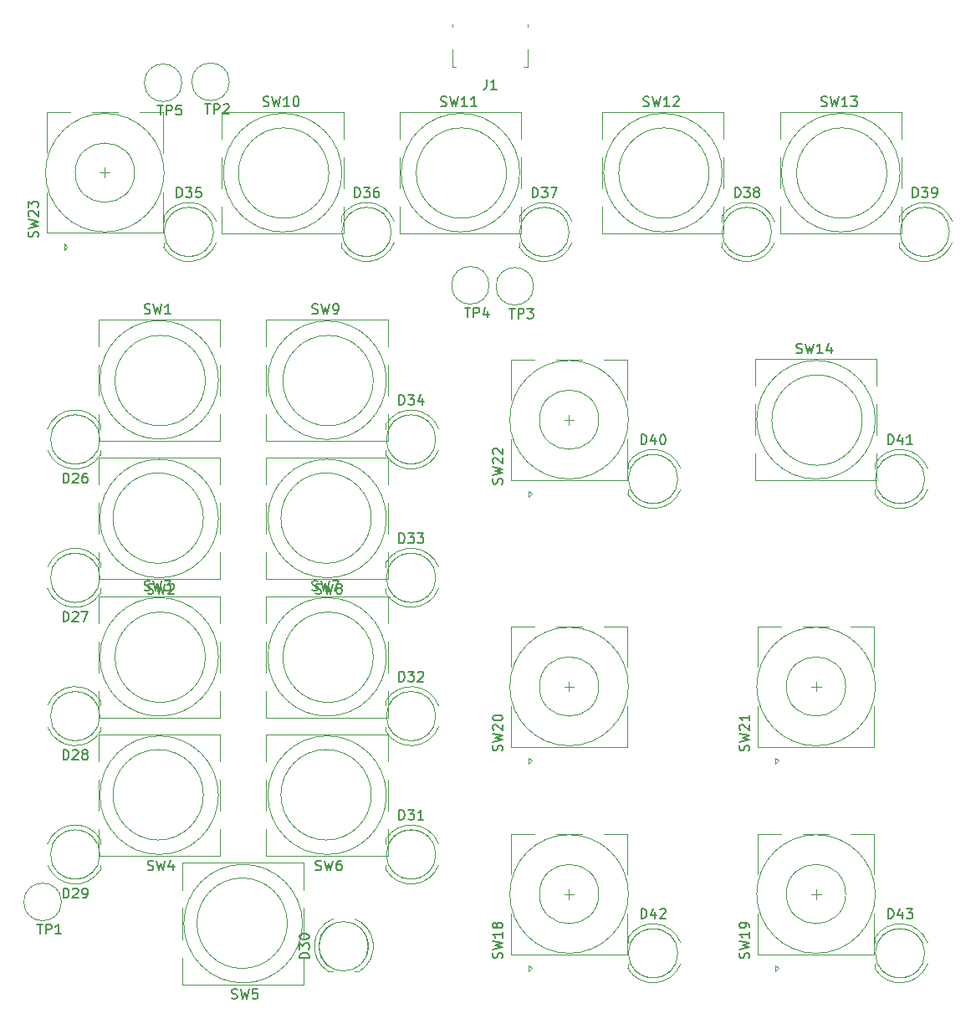
<source format=gbr>
G04 #@! TF.GenerationSoftware,KiCad,Pcbnew,(5.1.6)-1*
G04 #@! TF.CreationDate,2021-01-18T15:04:30+00:00*
G04 #@! TF.ProjectId,scope_user_interface,73636f70-655f-4757-9365-725f696e7465,rev?*
G04 #@! TF.SameCoordinates,Original*
G04 #@! TF.FileFunction,Legend,Top*
G04 #@! TF.FilePolarity,Positive*
%FSLAX46Y46*%
G04 Gerber Fmt 4.6, Leading zero omitted, Abs format (unit mm)*
G04 Created by KiCad (PCBNEW (5.1.6)-1) date 2021-01-18 15:04:30*
%MOMM*%
%LPD*%
G01*
G04 APERTURE LIST*
%ADD10C,0.120000*%
%ADD11C,0.150000*%
G04 APERTURE END LIST*
D10*
X189000000Y-117000000D02*
G75*
G03*
X189000000Y-117000000I-6000000J0D01*
G01*
X140000000Y-71000000D02*
G75*
G03*
X140000000Y-71000000I-2500000J0D01*
G01*
X189000000Y-90000000D02*
G75*
G03*
X189000000Y-90000000I-6000000J0D01*
G01*
X139500000Y-128000000D02*
G75*
G03*
X139500000Y-128000000I-6000000J0D01*
G01*
X122500000Y-128000000D02*
G75*
G03*
X122500000Y-128000000I-6000000J0D01*
G01*
X110500000Y-120000000D02*
G75*
G03*
X110500000Y-120000000I-2500000J0D01*
G01*
X144500000Y-106000000D02*
G75*
G03*
X144500000Y-106000000I-2500000J0D01*
G01*
X122500000Y-100000000D02*
G75*
G03*
X122500000Y-100000000I-6000000J0D01*
G01*
X117000000Y-65000000D02*
G75*
G03*
X117000000Y-65000000I-6000000J0D01*
G01*
X144500000Y-92000000D02*
G75*
G03*
X144500000Y-92000000I-2500000J0D01*
G01*
X191500000Y-65000000D02*
G75*
G03*
X191500000Y-65000000I-6000000J0D01*
G01*
X110500000Y-92000000D02*
G75*
G03*
X110500000Y-92000000I-2500000J0D01*
G01*
X135000000Y-65000000D02*
G75*
G03*
X135000000Y-65000000I-6000000J0D01*
G01*
X164000000Y-138000000D02*
G75*
G03*
X164000000Y-138000000I-6000000J0D01*
G01*
X139500000Y-100000000D02*
G75*
G03*
X139500000Y-100000000I-6000000J0D01*
G01*
X189000000Y-138000000D02*
G75*
G03*
X189000000Y-138000000I-6000000J0D01*
G01*
X194000000Y-144000000D02*
G75*
G03*
X194000000Y-144000000I-2500000J0D01*
G01*
X158000000Y-71000000D02*
G75*
G03*
X158000000Y-71000000I-2500000J0D01*
G01*
X144500000Y-134000000D02*
G75*
G03*
X144500000Y-134000000I-2500000J0D01*
G01*
X196500000Y-71000000D02*
G75*
G03*
X196500000Y-71000000I-2500000J0D01*
G01*
X122000000Y-71000000D02*
G75*
G03*
X122000000Y-71000000I-2500000J0D01*
G01*
X169000000Y-144000000D02*
G75*
G03*
X169000000Y-144000000I-2500000J0D01*
G01*
X139500000Y-86000000D02*
G75*
G03*
X139500000Y-86000000I-6000000J0D01*
G01*
X122500000Y-85960000D02*
G75*
G03*
X122500000Y-85960000I-6000000J0D01*
G01*
X169000000Y-96000000D02*
G75*
G03*
X169000000Y-96000000I-2500000J0D01*
G01*
X194000000Y-96000000D02*
G75*
G03*
X194000000Y-96000000I-2500000J0D01*
G01*
X122500000Y-114000000D02*
G75*
G03*
X122500000Y-114000000I-6000000J0D01*
G01*
X164000000Y-90000000D02*
G75*
G03*
X164000000Y-90000000I-6000000J0D01*
G01*
X110500000Y-134000000D02*
G75*
G03*
X110500000Y-134000000I-2500000J0D01*
G01*
X139500000Y-114000000D02*
G75*
G03*
X139500000Y-114000000I-6000000J0D01*
G01*
X153000000Y-65000000D02*
G75*
G03*
X153000000Y-65000000I-6000000J0D01*
G01*
X110500000Y-106000000D02*
G75*
G03*
X110500000Y-106000000I-2500000J0D01*
G01*
X178500000Y-71000000D02*
G75*
G03*
X178500000Y-71000000I-2500000J0D01*
G01*
X173500000Y-65000000D02*
G75*
G03*
X173500000Y-65000000I-6000000J0D01*
G01*
X164000000Y-117000000D02*
G75*
G03*
X164000000Y-117000000I-6000000J0D01*
G01*
X144500000Y-120000000D02*
G75*
G03*
X144500000Y-120000000I-2500000J0D01*
G01*
X137649077Y-143290468D02*
G75*
G03*
X137649077Y-143290468I-2500000J0D01*
G01*
X131000000Y-141000000D02*
G75*
G03*
X131000000Y-141000000I-6000000J0D01*
G01*
X149900000Y-76400000D02*
G75*
G03*
X149900000Y-76400000I-1900000J0D01*
G01*
X153810000Y-50000000D02*
X153810000Y-50260000D01*
X153810000Y-52540000D02*
X153810000Y-54310000D01*
X153810000Y-54310000D02*
X153430000Y-54310000D01*
X146190000Y-54310000D02*
X146190000Y-52540000D01*
X146190000Y-50260000D02*
X146190000Y-50000000D01*
X146190000Y-54310000D02*
X146570000Y-54310000D01*
X118800000Y-55900000D02*
G75*
G03*
X118800000Y-55900000I-1900000J0D01*
G01*
X154400000Y-76500000D02*
G75*
G03*
X154400000Y-76500000I-1900000J0D01*
G01*
X123600000Y-55800000D02*
G75*
G03*
X123600000Y-55800000I-1900000J0D01*
G01*
X106600000Y-138800000D02*
G75*
G03*
X106600000Y-138800000I-1900000J0D01*
G01*
X111000000Y-65500000D02*
X111000000Y-64500000D01*
X110500000Y-65000000D02*
X111500000Y-65000000D01*
X114500000Y-58900000D02*
X116900000Y-58900000D01*
X109700000Y-58900000D02*
X112300000Y-58900000D01*
X105100000Y-58900000D02*
X107500000Y-58900000D01*
X106900000Y-72200000D02*
X107200000Y-72500000D01*
X106900000Y-72800000D02*
X106900000Y-72200000D01*
X107200000Y-72500000D02*
X106900000Y-72800000D01*
X105100000Y-71100000D02*
X116900000Y-71100000D01*
X105100000Y-67000000D02*
X105100000Y-71100000D01*
X116900000Y-67000000D02*
X116900000Y-71100000D01*
X116900000Y-58900000D02*
X116900000Y-63000000D01*
X105100000Y-63000000D02*
X105100000Y-58900000D01*
X114000000Y-65000000D02*
G75*
G03*
X114000000Y-65000000I-3000000J0D01*
G01*
X110350000Y-79850000D02*
X122650000Y-79850000D01*
X122650000Y-84430000D02*
X122650000Y-87570000D01*
X122650000Y-92150000D02*
X110350000Y-92150000D01*
X110350000Y-82570000D02*
X110350000Y-79850000D01*
X121179050Y-86040000D02*
G75*
G03*
X121179050Y-86040000I-4579050J0D01*
G01*
X110350000Y-92150000D02*
X110350000Y-89430000D01*
X110350000Y-87570000D02*
X110350000Y-84430000D01*
X122650000Y-89430000D02*
X122650000Y-92150000D01*
X122650000Y-79850000D02*
X122650000Y-82570000D01*
X122650000Y-106150000D02*
X110350000Y-106150000D01*
X110350000Y-101570000D02*
X110350000Y-98430000D01*
X110350000Y-93850000D02*
X122650000Y-93850000D01*
X122650000Y-103430000D02*
X122650000Y-106150000D01*
X120979050Y-99960000D02*
G75*
G03*
X120979050Y-99960000I-4579050J0D01*
G01*
X122650000Y-93850000D02*
X122650000Y-96570000D01*
X122650000Y-98430000D02*
X122650000Y-101570000D01*
X110350000Y-96570000D02*
X110350000Y-93850000D01*
X110350000Y-106150000D02*
X110350000Y-103430000D01*
X163945000Y-145080000D02*
X163945000Y-145545000D01*
X163945000Y-142455000D02*
X163945000Y-142920000D01*
X168759479Y-145080429D02*
G75*
G02*
X164250316Y-145080000I-2254479J1080429D01*
G01*
X168759479Y-142919571D02*
G75*
G03*
X164250316Y-142920000I-2254479J-1080429D01*
G01*
X169292815Y-145080827D02*
G75*
G02*
X163945000Y-145544830I-2787815J1080827D01*
G01*
X169292815Y-142919173D02*
G75*
G03*
X163945000Y-142455170I-2787815J-1080827D01*
G01*
X191445000Y-72080000D02*
X191445000Y-72545000D01*
X191445000Y-69455000D02*
X191445000Y-69920000D01*
X196259479Y-72080429D02*
G75*
G02*
X191750316Y-72080000I-2254479J1080429D01*
G01*
X196259479Y-69919571D02*
G75*
G03*
X191750316Y-69920000I-2254479J-1080429D01*
G01*
X196792815Y-72080827D02*
G75*
G02*
X191445000Y-72544830I-2787815J1080827D01*
G01*
X196792815Y-69919173D02*
G75*
G03*
X191445000Y-69455170I-2787815J-1080827D01*
G01*
X163945000Y-97080000D02*
X163945000Y-97545000D01*
X163945000Y-94455000D02*
X163945000Y-94920000D01*
X168759479Y-97080429D02*
G75*
G02*
X164250316Y-97080000I-2254479J1080429D01*
G01*
X168759479Y-94919571D02*
G75*
G03*
X164250316Y-94920000I-2254479J-1080429D01*
G01*
X169292815Y-97080827D02*
G75*
G02*
X163945000Y-97544830I-2787815J1080827D01*
G01*
X169292815Y-94919173D02*
G75*
G03*
X163945000Y-94455170I-2787815J-1080827D01*
G01*
X188945000Y-145080000D02*
X188945000Y-145545000D01*
X188945000Y-142455000D02*
X188945000Y-142920000D01*
X193759479Y-145080429D02*
G75*
G02*
X189250316Y-145080000I-2254479J1080429D01*
G01*
X193759479Y-142919571D02*
G75*
G03*
X189250316Y-142920000I-2254479J-1080429D01*
G01*
X194292815Y-145080827D02*
G75*
G02*
X188945000Y-145544830I-2787815J1080827D01*
G01*
X194292815Y-142919173D02*
G75*
G03*
X188945000Y-142455170I-2787815J-1080827D01*
G01*
X173445000Y-72080000D02*
X173445000Y-72545000D01*
X173445000Y-69455000D02*
X173445000Y-69920000D01*
X178259479Y-72080429D02*
G75*
G02*
X173750316Y-72080000I-2254479J1080429D01*
G01*
X178259479Y-69919571D02*
G75*
G03*
X173750316Y-69920000I-2254479J-1080429D01*
G01*
X178792815Y-72080827D02*
G75*
G02*
X173445000Y-72544830I-2787815J1080827D01*
G01*
X178792815Y-69919173D02*
G75*
G03*
X173445000Y-69455170I-2787815J-1080827D01*
G01*
X116945000Y-72080000D02*
X116945000Y-72545000D01*
X116945000Y-69455000D02*
X116945000Y-69920000D01*
X121759479Y-72080429D02*
G75*
G02*
X117250316Y-72080000I-2254479J1080429D01*
G01*
X121759479Y-69919571D02*
G75*
G03*
X117250316Y-69920000I-2254479J-1080429D01*
G01*
X122292815Y-72080827D02*
G75*
G02*
X116945000Y-72544830I-2787815J1080827D01*
G01*
X122292815Y-69919173D02*
G75*
G03*
X116945000Y-69455170I-2787815J-1080827D01*
G01*
X134945000Y-72080000D02*
X134945000Y-72545000D01*
X134945000Y-69455000D02*
X134945000Y-69920000D01*
X139759479Y-72080429D02*
G75*
G02*
X135250316Y-72080000I-2254479J1080429D01*
G01*
X139759479Y-69919571D02*
G75*
G03*
X135250316Y-69920000I-2254479J-1080429D01*
G01*
X140292815Y-72080827D02*
G75*
G02*
X134945000Y-72544830I-2787815J1080827D01*
G01*
X140292815Y-69919173D02*
G75*
G03*
X134945000Y-69455170I-2787815J-1080827D01*
G01*
X139445000Y-93080000D02*
X139445000Y-93545000D01*
X139445000Y-90455000D02*
X139445000Y-90920000D01*
X144259479Y-93080429D02*
G75*
G02*
X139750316Y-93080000I-2254479J1080429D01*
G01*
X144259479Y-90919571D02*
G75*
G03*
X139750316Y-90920000I-2254479J-1080429D01*
G01*
X144792815Y-93080827D02*
G75*
G02*
X139445000Y-93544830I-2787815J1080827D01*
G01*
X144792815Y-90919173D02*
G75*
G03*
X139445000Y-90455170I-2787815J-1080827D01*
G01*
X139445000Y-107080000D02*
X139445000Y-107545000D01*
X139445000Y-104455000D02*
X139445000Y-104920000D01*
X144259479Y-107080429D02*
G75*
G02*
X139750316Y-107080000I-2254479J1080429D01*
G01*
X144259479Y-104919571D02*
G75*
G03*
X139750316Y-104920000I-2254479J-1080429D01*
G01*
X144792815Y-107080827D02*
G75*
G02*
X139445000Y-107544830I-2787815J1080827D01*
G01*
X144792815Y-104919173D02*
G75*
G03*
X139445000Y-104455170I-2787815J-1080827D01*
G01*
X152945000Y-72080000D02*
X152945000Y-72545000D01*
X152945000Y-69455000D02*
X152945000Y-69920000D01*
X157759479Y-72080429D02*
G75*
G02*
X153250316Y-72080000I-2254479J1080429D01*
G01*
X157759479Y-69919571D02*
G75*
G03*
X153250316Y-69920000I-2254479J-1080429D01*
G01*
X158292815Y-72080827D02*
G75*
G02*
X152945000Y-72544830I-2787815J1080827D01*
G01*
X158292815Y-69919173D02*
G75*
G03*
X152945000Y-69455170I-2787815J-1080827D01*
G01*
X188945000Y-97080000D02*
X188945000Y-97545000D01*
X188945000Y-94455000D02*
X188945000Y-94920000D01*
X193759479Y-97080429D02*
G75*
G02*
X189250316Y-97080000I-2254479J1080429D01*
G01*
X193759479Y-94919571D02*
G75*
G03*
X189250316Y-94920000I-2254479J-1080429D01*
G01*
X194292815Y-97080827D02*
G75*
G02*
X188945000Y-97544830I-2787815J1080827D01*
G01*
X194292815Y-94919173D02*
G75*
G03*
X188945000Y-94455170I-2787815J-1080827D01*
G01*
X139445000Y-121080000D02*
X139445000Y-121545000D01*
X139445000Y-118455000D02*
X139445000Y-118920000D01*
X144259479Y-121080429D02*
G75*
G02*
X139750316Y-121080000I-2254479J1080429D01*
G01*
X144259479Y-118919571D02*
G75*
G03*
X139750316Y-118920000I-2254479J-1080429D01*
G01*
X144792815Y-121080827D02*
G75*
G02*
X139445000Y-121544830I-2787815J1080827D01*
G01*
X144792815Y-118919173D02*
G75*
G03*
X139445000Y-118455170I-2787815J-1080827D01*
G01*
X139445000Y-135080000D02*
X139445000Y-135545000D01*
X139445000Y-132455000D02*
X139445000Y-132920000D01*
X144259479Y-135080429D02*
G75*
G02*
X139750316Y-135080000I-2254479J1080429D01*
G01*
X144259479Y-132919571D02*
G75*
G03*
X139750316Y-132920000I-2254479J-1080429D01*
G01*
X144792815Y-135080827D02*
G75*
G02*
X139445000Y-135544830I-2787815J1080827D01*
G01*
X144792815Y-132919173D02*
G75*
G03*
X139445000Y-132455170I-2787815J-1080827D01*
G01*
X136280000Y-145855000D02*
X136745000Y-145855000D01*
X133655000Y-145855000D02*
X134120000Y-145855000D01*
X136280429Y-141040521D02*
G75*
G02*
X136280000Y-145549684I-1080429J-2254479D01*
G01*
X134119571Y-141040521D02*
G75*
G03*
X134120000Y-145549684I1080429J-2254479D01*
G01*
X136280827Y-140507185D02*
G75*
G02*
X136744830Y-145855000I-1080827J-2787815D01*
G01*
X134119173Y-140507185D02*
G75*
G03*
X133655170Y-145855000I1080827J-2787815D01*
G01*
X110555000Y-132920000D02*
X110555000Y-132455000D01*
X110555000Y-135545000D02*
X110555000Y-135080000D01*
X105740521Y-132919571D02*
G75*
G02*
X110249684Y-132920000I2254479J-1080429D01*
G01*
X105740521Y-135080429D02*
G75*
G03*
X110249684Y-135080000I2254479J1080429D01*
G01*
X105207185Y-132919173D02*
G75*
G02*
X110555000Y-132455170I2787815J-1080827D01*
G01*
X105207185Y-135080827D02*
G75*
G03*
X110555000Y-135544830I2787815J1080827D01*
G01*
X110555000Y-118920000D02*
X110555000Y-118455000D01*
X110555000Y-121545000D02*
X110555000Y-121080000D01*
X105740521Y-118919571D02*
G75*
G02*
X110249684Y-118920000I2254479J-1080429D01*
G01*
X105740521Y-121080429D02*
G75*
G03*
X110249684Y-121080000I2254479J1080429D01*
G01*
X105207185Y-118919173D02*
G75*
G02*
X110555000Y-118455170I2787815J-1080827D01*
G01*
X105207185Y-121080827D02*
G75*
G03*
X110555000Y-121544830I2787815J1080827D01*
G01*
X110555000Y-104920000D02*
X110555000Y-104455000D01*
X110555000Y-107545000D02*
X110555000Y-107080000D01*
X105740521Y-104919571D02*
G75*
G02*
X110249684Y-104920000I2254479J-1080429D01*
G01*
X105740521Y-107080429D02*
G75*
G03*
X110249684Y-107080000I2254479J1080429D01*
G01*
X105207185Y-104919173D02*
G75*
G02*
X110555000Y-104455170I2787815J-1080827D01*
G01*
X105207185Y-107080827D02*
G75*
G03*
X110555000Y-107544830I2787815J1080827D01*
G01*
X110555000Y-90920000D02*
X110555000Y-90455000D01*
X110555000Y-93545000D02*
X110555000Y-93080000D01*
X105740521Y-90919571D02*
G75*
G02*
X110249684Y-90920000I2254479J-1080429D01*
G01*
X105740521Y-93080429D02*
G75*
G03*
X110249684Y-93080000I2254479J1080429D01*
G01*
X105207185Y-90919173D02*
G75*
G02*
X110555000Y-90455170I2787815J-1080827D01*
G01*
X105207185Y-93080827D02*
G75*
G03*
X110555000Y-93544830I2787815J1080827D01*
G01*
X127350000Y-79850000D02*
X139650000Y-79850000D01*
X139650000Y-84430000D02*
X139650000Y-87570000D01*
X139650000Y-92150000D02*
X127350000Y-92150000D01*
X127350000Y-82570000D02*
X127350000Y-79850000D01*
X138179050Y-86040000D02*
G75*
G03*
X138179050Y-86040000I-4579050J0D01*
G01*
X127350000Y-92150000D02*
X127350000Y-89430000D01*
X127350000Y-87570000D02*
X127350000Y-84430000D01*
X139650000Y-89430000D02*
X139650000Y-92150000D01*
X139650000Y-79850000D02*
X139650000Y-82570000D01*
X158000000Y-90500000D02*
X158000000Y-89500000D01*
X157500000Y-90000000D02*
X158500000Y-90000000D01*
X161500000Y-83900000D02*
X163900000Y-83900000D01*
X156700000Y-83900000D02*
X159300000Y-83900000D01*
X152100000Y-83900000D02*
X154500000Y-83900000D01*
X153900000Y-97200000D02*
X154200000Y-97500000D01*
X153900000Y-97800000D02*
X153900000Y-97200000D01*
X154200000Y-97500000D02*
X153900000Y-97800000D01*
X152100000Y-96100000D02*
X163900000Y-96100000D01*
X152100000Y-92000000D02*
X152100000Y-96100000D01*
X163900000Y-92000000D02*
X163900000Y-96100000D01*
X163900000Y-83900000D02*
X163900000Y-88000000D01*
X152100000Y-88000000D02*
X152100000Y-83900000D01*
X161000000Y-90000000D02*
G75*
G03*
X161000000Y-90000000I-3000000J0D01*
G01*
X183000000Y-138500000D02*
X183000000Y-137500000D01*
X182500000Y-138000000D02*
X183500000Y-138000000D01*
X186500000Y-131900000D02*
X188900000Y-131900000D01*
X181700000Y-131900000D02*
X184300000Y-131900000D01*
X177100000Y-131900000D02*
X179500000Y-131900000D01*
X178900000Y-145200000D02*
X179200000Y-145500000D01*
X178900000Y-145800000D02*
X178900000Y-145200000D01*
X179200000Y-145500000D02*
X178900000Y-145800000D01*
X177100000Y-144100000D02*
X188900000Y-144100000D01*
X177100000Y-140000000D02*
X177100000Y-144100000D01*
X188900000Y-140000000D02*
X188900000Y-144100000D01*
X188900000Y-131900000D02*
X188900000Y-136000000D01*
X177100000Y-136000000D02*
X177100000Y-131900000D01*
X186000000Y-138000000D02*
G75*
G03*
X186000000Y-138000000I-3000000J0D01*
G01*
X179350000Y-58850000D02*
X191650000Y-58850000D01*
X191650000Y-63430000D02*
X191650000Y-66570000D01*
X191650000Y-71150000D02*
X179350000Y-71150000D01*
X179350000Y-61570000D02*
X179350000Y-58850000D01*
X190179050Y-65040000D02*
G75*
G03*
X190179050Y-65040000I-4579050J0D01*
G01*
X179350000Y-71150000D02*
X179350000Y-68430000D01*
X179350000Y-66570000D02*
X179350000Y-63430000D01*
X191650000Y-68430000D02*
X191650000Y-71150000D01*
X191650000Y-58850000D02*
X191650000Y-61570000D01*
X139650000Y-134150000D02*
X127350000Y-134150000D01*
X127350000Y-129570000D02*
X127350000Y-126430000D01*
X127350000Y-121850000D02*
X139650000Y-121850000D01*
X139650000Y-131430000D02*
X139650000Y-134150000D01*
X137979050Y-127960000D02*
G75*
G03*
X137979050Y-127960000I-4579050J0D01*
G01*
X139650000Y-121850000D02*
X139650000Y-124570000D01*
X139650000Y-126430000D02*
X139650000Y-129570000D01*
X127350000Y-124570000D02*
X127350000Y-121850000D01*
X127350000Y-134150000D02*
X127350000Y-131430000D01*
X122650000Y-134150000D02*
X110350000Y-134150000D01*
X110350000Y-129570000D02*
X110350000Y-126430000D01*
X110350000Y-121850000D02*
X122650000Y-121850000D01*
X122650000Y-131430000D02*
X122650000Y-134150000D01*
X120979050Y-127960000D02*
G75*
G03*
X120979050Y-127960000I-4579050J0D01*
G01*
X122650000Y-121850000D02*
X122650000Y-124570000D01*
X122650000Y-126430000D02*
X122650000Y-129570000D01*
X110350000Y-124570000D02*
X110350000Y-121850000D01*
X110350000Y-134150000D02*
X110350000Y-131430000D01*
X131150000Y-147150000D02*
X118850000Y-147150000D01*
X118850000Y-142570000D02*
X118850000Y-139430000D01*
X118850000Y-134850000D02*
X131150000Y-134850000D01*
X131150000Y-144430000D02*
X131150000Y-147150000D01*
X129479050Y-140960000D02*
G75*
G03*
X129479050Y-140960000I-4579050J0D01*
G01*
X131150000Y-134850000D02*
X131150000Y-137570000D01*
X131150000Y-139430000D02*
X131150000Y-142570000D01*
X118850000Y-137570000D02*
X118850000Y-134850000D01*
X118850000Y-147150000D02*
X118850000Y-144430000D01*
X110350000Y-107850000D02*
X122650000Y-107850000D01*
X122650000Y-112430000D02*
X122650000Y-115570000D01*
X122650000Y-120150000D02*
X110350000Y-120150000D01*
X110350000Y-110570000D02*
X110350000Y-107850000D01*
X121179050Y-114040000D02*
G75*
G03*
X121179050Y-114040000I-4579050J0D01*
G01*
X110350000Y-120150000D02*
X110350000Y-117430000D01*
X110350000Y-115570000D02*
X110350000Y-112430000D01*
X122650000Y-117430000D02*
X122650000Y-120150000D01*
X122650000Y-107850000D02*
X122650000Y-110570000D01*
X161350000Y-58850000D02*
X173650000Y-58850000D01*
X173650000Y-63430000D02*
X173650000Y-66570000D01*
X173650000Y-71150000D02*
X161350000Y-71150000D01*
X161350000Y-61570000D02*
X161350000Y-58850000D01*
X172179050Y-65040000D02*
G75*
G03*
X172179050Y-65040000I-4579050J0D01*
G01*
X161350000Y-71150000D02*
X161350000Y-68430000D01*
X161350000Y-66570000D02*
X161350000Y-63430000D01*
X173650000Y-68430000D02*
X173650000Y-71150000D01*
X173650000Y-58850000D02*
X173650000Y-61570000D01*
X140850000Y-58850000D02*
X153150000Y-58850000D01*
X153150000Y-63430000D02*
X153150000Y-66570000D01*
X153150000Y-71150000D02*
X140850000Y-71150000D01*
X140850000Y-61570000D02*
X140850000Y-58850000D01*
X151679050Y-65040000D02*
G75*
G03*
X151679050Y-65040000I-4579050J0D01*
G01*
X140850000Y-71150000D02*
X140850000Y-68430000D01*
X140850000Y-66570000D02*
X140850000Y-63430000D01*
X153150000Y-68430000D02*
X153150000Y-71150000D01*
X153150000Y-58850000D02*
X153150000Y-61570000D01*
X158000000Y-117500000D02*
X158000000Y-116500000D01*
X157500000Y-117000000D02*
X158500000Y-117000000D01*
X161500000Y-110900000D02*
X163900000Y-110900000D01*
X156700000Y-110900000D02*
X159300000Y-110900000D01*
X152100000Y-110900000D02*
X154500000Y-110900000D01*
X153900000Y-124200000D02*
X154200000Y-124500000D01*
X153900000Y-124800000D02*
X153900000Y-124200000D01*
X154200000Y-124500000D02*
X153900000Y-124800000D01*
X152100000Y-123100000D02*
X163900000Y-123100000D01*
X152100000Y-119000000D02*
X152100000Y-123100000D01*
X163900000Y-119000000D02*
X163900000Y-123100000D01*
X163900000Y-110900000D02*
X163900000Y-115000000D01*
X152100000Y-115000000D02*
X152100000Y-110900000D01*
X161000000Y-117000000D02*
G75*
G03*
X161000000Y-117000000I-3000000J0D01*
G01*
X122850000Y-58850000D02*
X135150000Y-58850000D01*
X135150000Y-63430000D02*
X135150000Y-66570000D01*
X135150000Y-71150000D02*
X122850000Y-71150000D01*
X122850000Y-61570000D02*
X122850000Y-58850000D01*
X133679050Y-65040000D02*
G75*
G03*
X133679050Y-65040000I-4579050J0D01*
G01*
X122850000Y-71150000D02*
X122850000Y-68430000D01*
X122850000Y-66570000D02*
X122850000Y-63430000D01*
X135150000Y-68430000D02*
X135150000Y-71150000D01*
X135150000Y-58850000D02*
X135150000Y-61570000D01*
X183000000Y-117500000D02*
X183000000Y-116500000D01*
X182500000Y-117000000D02*
X183500000Y-117000000D01*
X186500000Y-110900000D02*
X188900000Y-110900000D01*
X181700000Y-110900000D02*
X184300000Y-110900000D01*
X177100000Y-110900000D02*
X179500000Y-110900000D01*
X178900000Y-124200000D02*
X179200000Y-124500000D01*
X178900000Y-124800000D02*
X178900000Y-124200000D01*
X179200000Y-124500000D02*
X178900000Y-124800000D01*
X177100000Y-123100000D02*
X188900000Y-123100000D01*
X177100000Y-119000000D02*
X177100000Y-123100000D01*
X188900000Y-119000000D02*
X188900000Y-123100000D01*
X188900000Y-110900000D02*
X188900000Y-115000000D01*
X177100000Y-115000000D02*
X177100000Y-110900000D01*
X186000000Y-117000000D02*
G75*
G03*
X186000000Y-117000000I-3000000J0D01*
G01*
X139650000Y-106150000D02*
X127350000Y-106150000D01*
X127350000Y-101570000D02*
X127350000Y-98430000D01*
X127350000Y-93850000D02*
X139650000Y-93850000D01*
X139650000Y-103430000D02*
X139650000Y-106150000D01*
X137979050Y-99960000D02*
G75*
G03*
X137979050Y-99960000I-4579050J0D01*
G01*
X139650000Y-93850000D02*
X139650000Y-96570000D01*
X139650000Y-98430000D02*
X139650000Y-101570000D01*
X127350000Y-96570000D02*
X127350000Y-93850000D01*
X127350000Y-106150000D02*
X127350000Y-103430000D01*
X158000000Y-138500000D02*
X158000000Y-137500000D01*
X157500000Y-138000000D02*
X158500000Y-138000000D01*
X161500000Y-131900000D02*
X163900000Y-131900000D01*
X156700000Y-131900000D02*
X159300000Y-131900000D01*
X152100000Y-131900000D02*
X154500000Y-131900000D01*
X153900000Y-145200000D02*
X154200000Y-145500000D01*
X153900000Y-145800000D02*
X153900000Y-145200000D01*
X154200000Y-145500000D02*
X153900000Y-145800000D01*
X152100000Y-144100000D02*
X163900000Y-144100000D01*
X152100000Y-140000000D02*
X152100000Y-144100000D01*
X163900000Y-140000000D02*
X163900000Y-144100000D01*
X163900000Y-131900000D02*
X163900000Y-136000000D01*
X152100000Y-136000000D02*
X152100000Y-131900000D01*
X161000000Y-138000000D02*
G75*
G03*
X161000000Y-138000000I-3000000J0D01*
G01*
X176850000Y-83850000D02*
X189150000Y-83850000D01*
X189150000Y-88430000D02*
X189150000Y-91570000D01*
X189150000Y-96150000D02*
X176850000Y-96150000D01*
X176850000Y-86570000D02*
X176850000Y-83850000D01*
X187679050Y-90040000D02*
G75*
G03*
X187679050Y-90040000I-4579050J0D01*
G01*
X176850000Y-96150000D02*
X176850000Y-93430000D01*
X176850000Y-91570000D02*
X176850000Y-88430000D01*
X189150000Y-93430000D02*
X189150000Y-96150000D01*
X189150000Y-83850000D02*
X189150000Y-86570000D01*
X127350000Y-107850000D02*
X139650000Y-107850000D01*
X139650000Y-112430000D02*
X139650000Y-115570000D01*
X139650000Y-120150000D02*
X127350000Y-120150000D01*
X127350000Y-110570000D02*
X127350000Y-107850000D01*
X138179050Y-114040000D02*
G75*
G03*
X138179050Y-114040000I-4579050J0D01*
G01*
X127350000Y-120150000D02*
X127350000Y-117430000D01*
X127350000Y-115570000D02*
X127350000Y-112430000D01*
X139650000Y-117430000D02*
X139650000Y-120150000D01*
X139650000Y-107850000D02*
X139650000Y-110570000D01*
D11*
X147438095Y-78652380D02*
X148009523Y-78652380D01*
X147723809Y-79652380D02*
X147723809Y-78652380D01*
X148342857Y-79652380D02*
X148342857Y-78652380D01*
X148723809Y-78652380D01*
X148819047Y-78700000D01*
X148866666Y-78747619D01*
X148914285Y-78842857D01*
X148914285Y-78985714D01*
X148866666Y-79080952D01*
X148819047Y-79128571D01*
X148723809Y-79176190D01*
X148342857Y-79176190D01*
X149771428Y-78985714D02*
X149771428Y-79652380D01*
X149533333Y-78604761D02*
X149295238Y-79319047D01*
X149914285Y-79319047D01*
X149666666Y-55552380D02*
X149666666Y-56266666D01*
X149619047Y-56409523D01*
X149523809Y-56504761D01*
X149380952Y-56552380D01*
X149285714Y-56552380D01*
X150666666Y-56552380D02*
X150095238Y-56552380D01*
X150380952Y-56552380D02*
X150380952Y-55552380D01*
X150285714Y-55695238D01*
X150190476Y-55790476D01*
X150095238Y-55838095D01*
X116338095Y-58152380D02*
X116909523Y-58152380D01*
X116623809Y-59152380D02*
X116623809Y-58152380D01*
X117242857Y-59152380D02*
X117242857Y-58152380D01*
X117623809Y-58152380D01*
X117719047Y-58200000D01*
X117766666Y-58247619D01*
X117814285Y-58342857D01*
X117814285Y-58485714D01*
X117766666Y-58580952D01*
X117719047Y-58628571D01*
X117623809Y-58676190D01*
X117242857Y-58676190D01*
X118719047Y-58152380D02*
X118242857Y-58152380D01*
X118195238Y-58628571D01*
X118242857Y-58580952D01*
X118338095Y-58533333D01*
X118576190Y-58533333D01*
X118671428Y-58580952D01*
X118719047Y-58628571D01*
X118766666Y-58723809D01*
X118766666Y-58961904D01*
X118719047Y-59057142D01*
X118671428Y-59104761D01*
X118576190Y-59152380D01*
X118338095Y-59152380D01*
X118242857Y-59104761D01*
X118195238Y-59057142D01*
X151938095Y-78752380D02*
X152509523Y-78752380D01*
X152223809Y-79752380D02*
X152223809Y-78752380D01*
X152842857Y-79752380D02*
X152842857Y-78752380D01*
X153223809Y-78752380D01*
X153319047Y-78800000D01*
X153366666Y-78847619D01*
X153414285Y-78942857D01*
X153414285Y-79085714D01*
X153366666Y-79180952D01*
X153319047Y-79228571D01*
X153223809Y-79276190D01*
X152842857Y-79276190D01*
X153747619Y-78752380D02*
X154366666Y-78752380D01*
X154033333Y-79133333D01*
X154176190Y-79133333D01*
X154271428Y-79180952D01*
X154319047Y-79228571D01*
X154366666Y-79323809D01*
X154366666Y-79561904D01*
X154319047Y-79657142D01*
X154271428Y-79704761D01*
X154176190Y-79752380D01*
X153890476Y-79752380D01*
X153795238Y-79704761D01*
X153747619Y-79657142D01*
X121138095Y-58052380D02*
X121709523Y-58052380D01*
X121423809Y-59052380D02*
X121423809Y-58052380D01*
X122042857Y-59052380D02*
X122042857Y-58052380D01*
X122423809Y-58052380D01*
X122519047Y-58100000D01*
X122566666Y-58147619D01*
X122614285Y-58242857D01*
X122614285Y-58385714D01*
X122566666Y-58480952D01*
X122519047Y-58528571D01*
X122423809Y-58576190D01*
X122042857Y-58576190D01*
X122995238Y-58147619D02*
X123042857Y-58100000D01*
X123138095Y-58052380D01*
X123376190Y-58052380D01*
X123471428Y-58100000D01*
X123519047Y-58147619D01*
X123566666Y-58242857D01*
X123566666Y-58338095D01*
X123519047Y-58480952D01*
X122947619Y-59052380D01*
X123566666Y-59052380D01*
X104138095Y-141052380D02*
X104709523Y-141052380D01*
X104423809Y-142052380D02*
X104423809Y-141052380D01*
X105042857Y-142052380D02*
X105042857Y-141052380D01*
X105423809Y-141052380D01*
X105519047Y-141100000D01*
X105566666Y-141147619D01*
X105614285Y-141242857D01*
X105614285Y-141385714D01*
X105566666Y-141480952D01*
X105519047Y-141528571D01*
X105423809Y-141576190D01*
X105042857Y-141576190D01*
X106566666Y-142052380D02*
X105995238Y-142052380D01*
X106280952Y-142052380D02*
X106280952Y-141052380D01*
X106185714Y-141195238D01*
X106090476Y-141290476D01*
X105995238Y-141338095D01*
X104204761Y-71509523D02*
X104252380Y-71366666D01*
X104252380Y-71128571D01*
X104204761Y-71033333D01*
X104157142Y-70985714D01*
X104061904Y-70938095D01*
X103966666Y-70938095D01*
X103871428Y-70985714D01*
X103823809Y-71033333D01*
X103776190Y-71128571D01*
X103728571Y-71319047D01*
X103680952Y-71414285D01*
X103633333Y-71461904D01*
X103538095Y-71509523D01*
X103442857Y-71509523D01*
X103347619Y-71461904D01*
X103300000Y-71414285D01*
X103252380Y-71319047D01*
X103252380Y-71080952D01*
X103300000Y-70938095D01*
X103252380Y-70604761D02*
X104252380Y-70366666D01*
X103538095Y-70176190D01*
X104252380Y-69985714D01*
X103252380Y-69747619D01*
X103347619Y-69414285D02*
X103300000Y-69366666D01*
X103252380Y-69271428D01*
X103252380Y-69033333D01*
X103300000Y-68938095D01*
X103347619Y-68890476D01*
X103442857Y-68842857D01*
X103538095Y-68842857D01*
X103680952Y-68890476D01*
X104252380Y-69461904D01*
X104252380Y-68842857D01*
X103252380Y-68509523D02*
X103252380Y-67890476D01*
X103633333Y-68223809D01*
X103633333Y-68080952D01*
X103680952Y-67985714D01*
X103728571Y-67938095D01*
X103823809Y-67890476D01*
X104061904Y-67890476D01*
X104157142Y-67938095D01*
X104204761Y-67985714D01*
X104252380Y-68080952D01*
X104252380Y-68366666D01*
X104204761Y-68461904D01*
X104157142Y-68509523D01*
X114996666Y-79244761D02*
X115139523Y-79292380D01*
X115377619Y-79292380D01*
X115472857Y-79244761D01*
X115520476Y-79197142D01*
X115568095Y-79101904D01*
X115568095Y-79006666D01*
X115520476Y-78911428D01*
X115472857Y-78863809D01*
X115377619Y-78816190D01*
X115187142Y-78768571D01*
X115091904Y-78720952D01*
X115044285Y-78673333D01*
X114996666Y-78578095D01*
X114996666Y-78482857D01*
X115044285Y-78387619D01*
X115091904Y-78340000D01*
X115187142Y-78292380D01*
X115425238Y-78292380D01*
X115568095Y-78340000D01*
X115901428Y-78292380D02*
X116139523Y-79292380D01*
X116330000Y-78578095D01*
X116520476Y-79292380D01*
X116758571Y-78292380D01*
X117663333Y-79292380D02*
X117091904Y-79292380D01*
X117377619Y-79292380D02*
X117377619Y-78292380D01*
X117282380Y-78435238D01*
X117187142Y-78530476D01*
X117091904Y-78578095D01*
X115336666Y-107564761D02*
X115479523Y-107612380D01*
X115717619Y-107612380D01*
X115812857Y-107564761D01*
X115860476Y-107517142D01*
X115908095Y-107421904D01*
X115908095Y-107326666D01*
X115860476Y-107231428D01*
X115812857Y-107183809D01*
X115717619Y-107136190D01*
X115527142Y-107088571D01*
X115431904Y-107040952D01*
X115384285Y-106993333D01*
X115336666Y-106898095D01*
X115336666Y-106802857D01*
X115384285Y-106707619D01*
X115431904Y-106660000D01*
X115527142Y-106612380D01*
X115765238Y-106612380D01*
X115908095Y-106660000D01*
X116241428Y-106612380D02*
X116479523Y-107612380D01*
X116670000Y-106898095D01*
X116860476Y-107612380D01*
X117098571Y-106612380D01*
X117431904Y-106707619D02*
X117479523Y-106660000D01*
X117574761Y-106612380D01*
X117812857Y-106612380D01*
X117908095Y-106660000D01*
X117955714Y-106707619D01*
X118003333Y-106802857D01*
X118003333Y-106898095D01*
X117955714Y-107040952D01*
X117384285Y-107612380D01*
X118003333Y-107612380D01*
X165290714Y-140492380D02*
X165290714Y-139492380D01*
X165528809Y-139492380D01*
X165671666Y-139540000D01*
X165766904Y-139635238D01*
X165814523Y-139730476D01*
X165862142Y-139920952D01*
X165862142Y-140063809D01*
X165814523Y-140254285D01*
X165766904Y-140349523D01*
X165671666Y-140444761D01*
X165528809Y-140492380D01*
X165290714Y-140492380D01*
X166719285Y-139825714D02*
X166719285Y-140492380D01*
X166481190Y-139444761D02*
X166243095Y-140159047D01*
X166862142Y-140159047D01*
X167195476Y-139587619D02*
X167243095Y-139540000D01*
X167338333Y-139492380D01*
X167576428Y-139492380D01*
X167671666Y-139540000D01*
X167719285Y-139587619D01*
X167766904Y-139682857D01*
X167766904Y-139778095D01*
X167719285Y-139920952D01*
X167147857Y-140492380D01*
X167766904Y-140492380D01*
X192790714Y-67492380D02*
X192790714Y-66492380D01*
X193028809Y-66492380D01*
X193171666Y-66540000D01*
X193266904Y-66635238D01*
X193314523Y-66730476D01*
X193362142Y-66920952D01*
X193362142Y-67063809D01*
X193314523Y-67254285D01*
X193266904Y-67349523D01*
X193171666Y-67444761D01*
X193028809Y-67492380D01*
X192790714Y-67492380D01*
X193695476Y-66492380D02*
X194314523Y-66492380D01*
X193981190Y-66873333D01*
X194124047Y-66873333D01*
X194219285Y-66920952D01*
X194266904Y-66968571D01*
X194314523Y-67063809D01*
X194314523Y-67301904D01*
X194266904Y-67397142D01*
X194219285Y-67444761D01*
X194124047Y-67492380D01*
X193838333Y-67492380D01*
X193743095Y-67444761D01*
X193695476Y-67397142D01*
X194790714Y-67492380D02*
X194981190Y-67492380D01*
X195076428Y-67444761D01*
X195124047Y-67397142D01*
X195219285Y-67254285D01*
X195266904Y-67063809D01*
X195266904Y-66682857D01*
X195219285Y-66587619D01*
X195171666Y-66540000D01*
X195076428Y-66492380D01*
X194885952Y-66492380D01*
X194790714Y-66540000D01*
X194743095Y-66587619D01*
X194695476Y-66682857D01*
X194695476Y-66920952D01*
X194743095Y-67016190D01*
X194790714Y-67063809D01*
X194885952Y-67111428D01*
X195076428Y-67111428D01*
X195171666Y-67063809D01*
X195219285Y-67016190D01*
X195266904Y-66920952D01*
X165290714Y-92492380D02*
X165290714Y-91492380D01*
X165528809Y-91492380D01*
X165671666Y-91540000D01*
X165766904Y-91635238D01*
X165814523Y-91730476D01*
X165862142Y-91920952D01*
X165862142Y-92063809D01*
X165814523Y-92254285D01*
X165766904Y-92349523D01*
X165671666Y-92444761D01*
X165528809Y-92492380D01*
X165290714Y-92492380D01*
X166719285Y-91825714D02*
X166719285Y-92492380D01*
X166481190Y-91444761D02*
X166243095Y-92159047D01*
X166862142Y-92159047D01*
X167433571Y-91492380D02*
X167528809Y-91492380D01*
X167624047Y-91540000D01*
X167671666Y-91587619D01*
X167719285Y-91682857D01*
X167766904Y-91873333D01*
X167766904Y-92111428D01*
X167719285Y-92301904D01*
X167671666Y-92397142D01*
X167624047Y-92444761D01*
X167528809Y-92492380D01*
X167433571Y-92492380D01*
X167338333Y-92444761D01*
X167290714Y-92397142D01*
X167243095Y-92301904D01*
X167195476Y-92111428D01*
X167195476Y-91873333D01*
X167243095Y-91682857D01*
X167290714Y-91587619D01*
X167338333Y-91540000D01*
X167433571Y-91492380D01*
X190290714Y-140492380D02*
X190290714Y-139492380D01*
X190528809Y-139492380D01*
X190671666Y-139540000D01*
X190766904Y-139635238D01*
X190814523Y-139730476D01*
X190862142Y-139920952D01*
X190862142Y-140063809D01*
X190814523Y-140254285D01*
X190766904Y-140349523D01*
X190671666Y-140444761D01*
X190528809Y-140492380D01*
X190290714Y-140492380D01*
X191719285Y-139825714D02*
X191719285Y-140492380D01*
X191481190Y-139444761D02*
X191243095Y-140159047D01*
X191862142Y-140159047D01*
X192147857Y-139492380D02*
X192766904Y-139492380D01*
X192433571Y-139873333D01*
X192576428Y-139873333D01*
X192671666Y-139920952D01*
X192719285Y-139968571D01*
X192766904Y-140063809D01*
X192766904Y-140301904D01*
X192719285Y-140397142D01*
X192671666Y-140444761D01*
X192576428Y-140492380D01*
X192290714Y-140492380D01*
X192195476Y-140444761D01*
X192147857Y-140397142D01*
X174790714Y-67492380D02*
X174790714Y-66492380D01*
X175028809Y-66492380D01*
X175171666Y-66540000D01*
X175266904Y-66635238D01*
X175314523Y-66730476D01*
X175362142Y-66920952D01*
X175362142Y-67063809D01*
X175314523Y-67254285D01*
X175266904Y-67349523D01*
X175171666Y-67444761D01*
X175028809Y-67492380D01*
X174790714Y-67492380D01*
X175695476Y-66492380D02*
X176314523Y-66492380D01*
X175981190Y-66873333D01*
X176124047Y-66873333D01*
X176219285Y-66920952D01*
X176266904Y-66968571D01*
X176314523Y-67063809D01*
X176314523Y-67301904D01*
X176266904Y-67397142D01*
X176219285Y-67444761D01*
X176124047Y-67492380D01*
X175838333Y-67492380D01*
X175743095Y-67444761D01*
X175695476Y-67397142D01*
X176885952Y-66920952D02*
X176790714Y-66873333D01*
X176743095Y-66825714D01*
X176695476Y-66730476D01*
X176695476Y-66682857D01*
X176743095Y-66587619D01*
X176790714Y-66540000D01*
X176885952Y-66492380D01*
X177076428Y-66492380D01*
X177171666Y-66540000D01*
X177219285Y-66587619D01*
X177266904Y-66682857D01*
X177266904Y-66730476D01*
X177219285Y-66825714D01*
X177171666Y-66873333D01*
X177076428Y-66920952D01*
X176885952Y-66920952D01*
X176790714Y-66968571D01*
X176743095Y-67016190D01*
X176695476Y-67111428D01*
X176695476Y-67301904D01*
X176743095Y-67397142D01*
X176790714Y-67444761D01*
X176885952Y-67492380D01*
X177076428Y-67492380D01*
X177171666Y-67444761D01*
X177219285Y-67397142D01*
X177266904Y-67301904D01*
X177266904Y-67111428D01*
X177219285Y-67016190D01*
X177171666Y-66968571D01*
X177076428Y-66920952D01*
X118290714Y-67492380D02*
X118290714Y-66492380D01*
X118528809Y-66492380D01*
X118671666Y-66540000D01*
X118766904Y-66635238D01*
X118814523Y-66730476D01*
X118862142Y-66920952D01*
X118862142Y-67063809D01*
X118814523Y-67254285D01*
X118766904Y-67349523D01*
X118671666Y-67444761D01*
X118528809Y-67492380D01*
X118290714Y-67492380D01*
X119195476Y-66492380D02*
X119814523Y-66492380D01*
X119481190Y-66873333D01*
X119624047Y-66873333D01*
X119719285Y-66920952D01*
X119766904Y-66968571D01*
X119814523Y-67063809D01*
X119814523Y-67301904D01*
X119766904Y-67397142D01*
X119719285Y-67444761D01*
X119624047Y-67492380D01*
X119338333Y-67492380D01*
X119243095Y-67444761D01*
X119195476Y-67397142D01*
X120719285Y-66492380D02*
X120243095Y-66492380D01*
X120195476Y-66968571D01*
X120243095Y-66920952D01*
X120338333Y-66873333D01*
X120576428Y-66873333D01*
X120671666Y-66920952D01*
X120719285Y-66968571D01*
X120766904Y-67063809D01*
X120766904Y-67301904D01*
X120719285Y-67397142D01*
X120671666Y-67444761D01*
X120576428Y-67492380D01*
X120338333Y-67492380D01*
X120243095Y-67444761D01*
X120195476Y-67397142D01*
X136290714Y-67492380D02*
X136290714Y-66492380D01*
X136528809Y-66492380D01*
X136671666Y-66540000D01*
X136766904Y-66635238D01*
X136814523Y-66730476D01*
X136862142Y-66920952D01*
X136862142Y-67063809D01*
X136814523Y-67254285D01*
X136766904Y-67349523D01*
X136671666Y-67444761D01*
X136528809Y-67492380D01*
X136290714Y-67492380D01*
X137195476Y-66492380D02*
X137814523Y-66492380D01*
X137481190Y-66873333D01*
X137624047Y-66873333D01*
X137719285Y-66920952D01*
X137766904Y-66968571D01*
X137814523Y-67063809D01*
X137814523Y-67301904D01*
X137766904Y-67397142D01*
X137719285Y-67444761D01*
X137624047Y-67492380D01*
X137338333Y-67492380D01*
X137243095Y-67444761D01*
X137195476Y-67397142D01*
X138671666Y-66492380D02*
X138481190Y-66492380D01*
X138385952Y-66540000D01*
X138338333Y-66587619D01*
X138243095Y-66730476D01*
X138195476Y-66920952D01*
X138195476Y-67301904D01*
X138243095Y-67397142D01*
X138290714Y-67444761D01*
X138385952Y-67492380D01*
X138576428Y-67492380D01*
X138671666Y-67444761D01*
X138719285Y-67397142D01*
X138766904Y-67301904D01*
X138766904Y-67063809D01*
X138719285Y-66968571D01*
X138671666Y-66920952D01*
X138576428Y-66873333D01*
X138385952Y-66873333D01*
X138290714Y-66920952D01*
X138243095Y-66968571D01*
X138195476Y-67063809D01*
X140790714Y-88492380D02*
X140790714Y-87492380D01*
X141028809Y-87492380D01*
X141171666Y-87540000D01*
X141266904Y-87635238D01*
X141314523Y-87730476D01*
X141362142Y-87920952D01*
X141362142Y-88063809D01*
X141314523Y-88254285D01*
X141266904Y-88349523D01*
X141171666Y-88444761D01*
X141028809Y-88492380D01*
X140790714Y-88492380D01*
X141695476Y-87492380D02*
X142314523Y-87492380D01*
X141981190Y-87873333D01*
X142124047Y-87873333D01*
X142219285Y-87920952D01*
X142266904Y-87968571D01*
X142314523Y-88063809D01*
X142314523Y-88301904D01*
X142266904Y-88397142D01*
X142219285Y-88444761D01*
X142124047Y-88492380D01*
X141838333Y-88492380D01*
X141743095Y-88444761D01*
X141695476Y-88397142D01*
X143171666Y-87825714D02*
X143171666Y-88492380D01*
X142933571Y-87444761D02*
X142695476Y-88159047D01*
X143314523Y-88159047D01*
X140790714Y-102492380D02*
X140790714Y-101492380D01*
X141028809Y-101492380D01*
X141171666Y-101540000D01*
X141266904Y-101635238D01*
X141314523Y-101730476D01*
X141362142Y-101920952D01*
X141362142Y-102063809D01*
X141314523Y-102254285D01*
X141266904Y-102349523D01*
X141171666Y-102444761D01*
X141028809Y-102492380D01*
X140790714Y-102492380D01*
X141695476Y-101492380D02*
X142314523Y-101492380D01*
X141981190Y-101873333D01*
X142124047Y-101873333D01*
X142219285Y-101920952D01*
X142266904Y-101968571D01*
X142314523Y-102063809D01*
X142314523Y-102301904D01*
X142266904Y-102397142D01*
X142219285Y-102444761D01*
X142124047Y-102492380D01*
X141838333Y-102492380D01*
X141743095Y-102444761D01*
X141695476Y-102397142D01*
X142647857Y-101492380D02*
X143266904Y-101492380D01*
X142933571Y-101873333D01*
X143076428Y-101873333D01*
X143171666Y-101920952D01*
X143219285Y-101968571D01*
X143266904Y-102063809D01*
X143266904Y-102301904D01*
X143219285Y-102397142D01*
X143171666Y-102444761D01*
X143076428Y-102492380D01*
X142790714Y-102492380D01*
X142695476Y-102444761D01*
X142647857Y-102397142D01*
X154290714Y-67492380D02*
X154290714Y-66492380D01*
X154528809Y-66492380D01*
X154671666Y-66540000D01*
X154766904Y-66635238D01*
X154814523Y-66730476D01*
X154862142Y-66920952D01*
X154862142Y-67063809D01*
X154814523Y-67254285D01*
X154766904Y-67349523D01*
X154671666Y-67444761D01*
X154528809Y-67492380D01*
X154290714Y-67492380D01*
X155195476Y-66492380D02*
X155814523Y-66492380D01*
X155481190Y-66873333D01*
X155624047Y-66873333D01*
X155719285Y-66920952D01*
X155766904Y-66968571D01*
X155814523Y-67063809D01*
X155814523Y-67301904D01*
X155766904Y-67397142D01*
X155719285Y-67444761D01*
X155624047Y-67492380D01*
X155338333Y-67492380D01*
X155243095Y-67444761D01*
X155195476Y-67397142D01*
X156147857Y-66492380D02*
X156814523Y-66492380D01*
X156385952Y-67492380D01*
X190290714Y-92492380D02*
X190290714Y-91492380D01*
X190528809Y-91492380D01*
X190671666Y-91540000D01*
X190766904Y-91635238D01*
X190814523Y-91730476D01*
X190862142Y-91920952D01*
X190862142Y-92063809D01*
X190814523Y-92254285D01*
X190766904Y-92349523D01*
X190671666Y-92444761D01*
X190528809Y-92492380D01*
X190290714Y-92492380D01*
X191719285Y-91825714D02*
X191719285Y-92492380D01*
X191481190Y-91444761D02*
X191243095Y-92159047D01*
X191862142Y-92159047D01*
X192766904Y-92492380D02*
X192195476Y-92492380D01*
X192481190Y-92492380D02*
X192481190Y-91492380D01*
X192385952Y-91635238D01*
X192290714Y-91730476D01*
X192195476Y-91778095D01*
X140790714Y-116492380D02*
X140790714Y-115492380D01*
X141028809Y-115492380D01*
X141171666Y-115540000D01*
X141266904Y-115635238D01*
X141314523Y-115730476D01*
X141362142Y-115920952D01*
X141362142Y-116063809D01*
X141314523Y-116254285D01*
X141266904Y-116349523D01*
X141171666Y-116444761D01*
X141028809Y-116492380D01*
X140790714Y-116492380D01*
X141695476Y-115492380D02*
X142314523Y-115492380D01*
X141981190Y-115873333D01*
X142124047Y-115873333D01*
X142219285Y-115920952D01*
X142266904Y-115968571D01*
X142314523Y-116063809D01*
X142314523Y-116301904D01*
X142266904Y-116397142D01*
X142219285Y-116444761D01*
X142124047Y-116492380D01*
X141838333Y-116492380D01*
X141743095Y-116444761D01*
X141695476Y-116397142D01*
X142695476Y-115587619D02*
X142743095Y-115540000D01*
X142838333Y-115492380D01*
X143076428Y-115492380D01*
X143171666Y-115540000D01*
X143219285Y-115587619D01*
X143266904Y-115682857D01*
X143266904Y-115778095D01*
X143219285Y-115920952D01*
X142647857Y-116492380D01*
X143266904Y-116492380D01*
X140790714Y-130492380D02*
X140790714Y-129492380D01*
X141028809Y-129492380D01*
X141171666Y-129540000D01*
X141266904Y-129635238D01*
X141314523Y-129730476D01*
X141362142Y-129920952D01*
X141362142Y-130063809D01*
X141314523Y-130254285D01*
X141266904Y-130349523D01*
X141171666Y-130444761D01*
X141028809Y-130492380D01*
X140790714Y-130492380D01*
X141695476Y-129492380D02*
X142314523Y-129492380D01*
X141981190Y-129873333D01*
X142124047Y-129873333D01*
X142219285Y-129920952D01*
X142266904Y-129968571D01*
X142314523Y-130063809D01*
X142314523Y-130301904D01*
X142266904Y-130397142D01*
X142219285Y-130444761D01*
X142124047Y-130492380D01*
X141838333Y-130492380D01*
X141743095Y-130444761D01*
X141695476Y-130397142D01*
X143266904Y-130492380D02*
X142695476Y-130492380D01*
X142981190Y-130492380D02*
X142981190Y-129492380D01*
X142885952Y-129635238D01*
X142790714Y-129730476D01*
X142695476Y-129778095D01*
X131692380Y-144509285D02*
X130692380Y-144509285D01*
X130692380Y-144271190D01*
X130740000Y-144128333D01*
X130835238Y-144033095D01*
X130930476Y-143985476D01*
X131120952Y-143937857D01*
X131263809Y-143937857D01*
X131454285Y-143985476D01*
X131549523Y-144033095D01*
X131644761Y-144128333D01*
X131692380Y-144271190D01*
X131692380Y-144509285D01*
X130692380Y-143604523D02*
X130692380Y-142985476D01*
X131073333Y-143318809D01*
X131073333Y-143175952D01*
X131120952Y-143080714D01*
X131168571Y-143033095D01*
X131263809Y-142985476D01*
X131501904Y-142985476D01*
X131597142Y-143033095D01*
X131644761Y-143080714D01*
X131692380Y-143175952D01*
X131692380Y-143461666D01*
X131644761Y-143556904D01*
X131597142Y-143604523D01*
X130692380Y-142366428D02*
X130692380Y-142271190D01*
X130740000Y-142175952D01*
X130787619Y-142128333D01*
X130882857Y-142080714D01*
X131073333Y-142033095D01*
X131311428Y-142033095D01*
X131501904Y-142080714D01*
X131597142Y-142128333D01*
X131644761Y-142175952D01*
X131692380Y-142271190D01*
X131692380Y-142366428D01*
X131644761Y-142461666D01*
X131597142Y-142509285D01*
X131501904Y-142556904D01*
X131311428Y-142604523D01*
X131073333Y-142604523D01*
X130882857Y-142556904D01*
X130787619Y-142509285D01*
X130740000Y-142461666D01*
X130692380Y-142366428D01*
X106780714Y-138412380D02*
X106780714Y-137412380D01*
X107018809Y-137412380D01*
X107161666Y-137460000D01*
X107256904Y-137555238D01*
X107304523Y-137650476D01*
X107352142Y-137840952D01*
X107352142Y-137983809D01*
X107304523Y-138174285D01*
X107256904Y-138269523D01*
X107161666Y-138364761D01*
X107018809Y-138412380D01*
X106780714Y-138412380D01*
X107733095Y-137507619D02*
X107780714Y-137460000D01*
X107875952Y-137412380D01*
X108114047Y-137412380D01*
X108209285Y-137460000D01*
X108256904Y-137507619D01*
X108304523Y-137602857D01*
X108304523Y-137698095D01*
X108256904Y-137840952D01*
X107685476Y-138412380D01*
X108304523Y-138412380D01*
X108780714Y-138412380D02*
X108971190Y-138412380D01*
X109066428Y-138364761D01*
X109114047Y-138317142D01*
X109209285Y-138174285D01*
X109256904Y-137983809D01*
X109256904Y-137602857D01*
X109209285Y-137507619D01*
X109161666Y-137460000D01*
X109066428Y-137412380D01*
X108875952Y-137412380D01*
X108780714Y-137460000D01*
X108733095Y-137507619D01*
X108685476Y-137602857D01*
X108685476Y-137840952D01*
X108733095Y-137936190D01*
X108780714Y-137983809D01*
X108875952Y-138031428D01*
X109066428Y-138031428D01*
X109161666Y-137983809D01*
X109209285Y-137936190D01*
X109256904Y-137840952D01*
X106780714Y-124412380D02*
X106780714Y-123412380D01*
X107018809Y-123412380D01*
X107161666Y-123460000D01*
X107256904Y-123555238D01*
X107304523Y-123650476D01*
X107352142Y-123840952D01*
X107352142Y-123983809D01*
X107304523Y-124174285D01*
X107256904Y-124269523D01*
X107161666Y-124364761D01*
X107018809Y-124412380D01*
X106780714Y-124412380D01*
X107733095Y-123507619D02*
X107780714Y-123460000D01*
X107875952Y-123412380D01*
X108114047Y-123412380D01*
X108209285Y-123460000D01*
X108256904Y-123507619D01*
X108304523Y-123602857D01*
X108304523Y-123698095D01*
X108256904Y-123840952D01*
X107685476Y-124412380D01*
X108304523Y-124412380D01*
X108875952Y-123840952D02*
X108780714Y-123793333D01*
X108733095Y-123745714D01*
X108685476Y-123650476D01*
X108685476Y-123602857D01*
X108733095Y-123507619D01*
X108780714Y-123460000D01*
X108875952Y-123412380D01*
X109066428Y-123412380D01*
X109161666Y-123460000D01*
X109209285Y-123507619D01*
X109256904Y-123602857D01*
X109256904Y-123650476D01*
X109209285Y-123745714D01*
X109161666Y-123793333D01*
X109066428Y-123840952D01*
X108875952Y-123840952D01*
X108780714Y-123888571D01*
X108733095Y-123936190D01*
X108685476Y-124031428D01*
X108685476Y-124221904D01*
X108733095Y-124317142D01*
X108780714Y-124364761D01*
X108875952Y-124412380D01*
X109066428Y-124412380D01*
X109161666Y-124364761D01*
X109209285Y-124317142D01*
X109256904Y-124221904D01*
X109256904Y-124031428D01*
X109209285Y-123936190D01*
X109161666Y-123888571D01*
X109066428Y-123840952D01*
X106780714Y-110412380D02*
X106780714Y-109412380D01*
X107018809Y-109412380D01*
X107161666Y-109460000D01*
X107256904Y-109555238D01*
X107304523Y-109650476D01*
X107352142Y-109840952D01*
X107352142Y-109983809D01*
X107304523Y-110174285D01*
X107256904Y-110269523D01*
X107161666Y-110364761D01*
X107018809Y-110412380D01*
X106780714Y-110412380D01*
X107733095Y-109507619D02*
X107780714Y-109460000D01*
X107875952Y-109412380D01*
X108114047Y-109412380D01*
X108209285Y-109460000D01*
X108256904Y-109507619D01*
X108304523Y-109602857D01*
X108304523Y-109698095D01*
X108256904Y-109840952D01*
X107685476Y-110412380D01*
X108304523Y-110412380D01*
X108637857Y-109412380D02*
X109304523Y-109412380D01*
X108875952Y-110412380D01*
X106780714Y-96412380D02*
X106780714Y-95412380D01*
X107018809Y-95412380D01*
X107161666Y-95460000D01*
X107256904Y-95555238D01*
X107304523Y-95650476D01*
X107352142Y-95840952D01*
X107352142Y-95983809D01*
X107304523Y-96174285D01*
X107256904Y-96269523D01*
X107161666Y-96364761D01*
X107018809Y-96412380D01*
X106780714Y-96412380D01*
X107733095Y-95507619D02*
X107780714Y-95460000D01*
X107875952Y-95412380D01*
X108114047Y-95412380D01*
X108209285Y-95460000D01*
X108256904Y-95507619D01*
X108304523Y-95602857D01*
X108304523Y-95698095D01*
X108256904Y-95840952D01*
X107685476Y-96412380D01*
X108304523Y-96412380D01*
X109161666Y-95412380D02*
X108971190Y-95412380D01*
X108875952Y-95460000D01*
X108828333Y-95507619D01*
X108733095Y-95650476D01*
X108685476Y-95840952D01*
X108685476Y-96221904D01*
X108733095Y-96317142D01*
X108780714Y-96364761D01*
X108875952Y-96412380D01*
X109066428Y-96412380D01*
X109161666Y-96364761D01*
X109209285Y-96317142D01*
X109256904Y-96221904D01*
X109256904Y-95983809D01*
X109209285Y-95888571D01*
X109161666Y-95840952D01*
X109066428Y-95793333D01*
X108875952Y-95793333D01*
X108780714Y-95840952D01*
X108733095Y-95888571D01*
X108685476Y-95983809D01*
X131996666Y-79244761D02*
X132139523Y-79292380D01*
X132377619Y-79292380D01*
X132472857Y-79244761D01*
X132520476Y-79197142D01*
X132568095Y-79101904D01*
X132568095Y-79006666D01*
X132520476Y-78911428D01*
X132472857Y-78863809D01*
X132377619Y-78816190D01*
X132187142Y-78768571D01*
X132091904Y-78720952D01*
X132044285Y-78673333D01*
X131996666Y-78578095D01*
X131996666Y-78482857D01*
X132044285Y-78387619D01*
X132091904Y-78340000D01*
X132187142Y-78292380D01*
X132425238Y-78292380D01*
X132568095Y-78340000D01*
X132901428Y-78292380D02*
X133139523Y-79292380D01*
X133330000Y-78578095D01*
X133520476Y-79292380D01*
X133758571Y-78292380D01*
X134187142Y-79292380D02*
X134377619Y-79292380D01*
X134472857Y-79244761D01*
X134520476Y-79197142D01*
X134615714Y-79054285D01*
X134663333Y-78863809D01*
X134663333Y-78482857D01*
X134615714Y-78387619D01*
X134568095Y-78340000D01*
X134472857Y-78292380D01*
X134282380Y-78292380D01*
X134187142Y-78340000D01*
X134139523Y-78387619D01*
X134091904Y-78482857D01*
X134091904Y-78720952D01*
X134139523Y-78816190D01*
X134187142Y-78863809D01*
X134282380Y-78911428D01*
X134472857Y-78911428D01*
X134568095Y-78863809D01*
X134615714Y-78816190D01*
X134663333Y-78720952D01*
X151204761Y-96509523D02*
X151252380Y-96366666D01*
X151252380Y-96128571D01*
X151204761Y-96033333D01*
X151157142Y-95985714D01*
X151061904Y-95938095D01*
X150966666Y-95938095D01*
X150871428Y-95985714D01*
X150823809Y-96033333D01*
X150776190Y-96128571D01*
X150728571Y-96319047D01*
X150680952Y-96414285D01*
X150633333Y-96461904D01*
X150538095Y-96509523D01*
X150442857Y-96509523D01*
X150347619Y-96461904D01*
X150300000Y-96414285D01*
X150252380Y-96319047D01*
X150252380Y-96080952D01*
X150300000Y-95938095D01*
X150252380Y-95604761D02*
X151252380Y-95366666D01*
X150538095Y-95176190D01*
X151252380Y-94985714D01*
X150252380Y-94747619D01*
X150347619Y-94414285D02*
X150300000Y-94366666D01*
X150252380Y-94271428D01*
X150252380Y-94033333D01*
X150300000Y-93938095D01*
X150347619Y-93890476D01*
X150442857Y-93842857D01*
X150538095Y-93842857D01*
X150680952Y-93890476D01*
X151252380Y-94461904D01*
X151252380Y-93842857D01*
X150347619Y-93461904D02*
X150300000Y-93414285D01*
X150252380Y-93319047D01*
X150252380Y-93080952D01*
X150300000Y-92985714D01*
X150347619Y-92938095D01*
X150442857Y-92890476D01*
X150538095Y-92890476D01*
X150680952Y-92938095D01*
X151252380Y-93509523D01*
X151252380Y-92890476D01*
X176204761Y-144509523D02*
X176252380Y-144366666D01*
X176252380Y-144128571D01*
X176204761Y-144033333D01*
X176157142Y-143985714D01*
X176061904Y-143938095D01*
X175966666Y-143938095D01*
X175871428Y-143985714D01*
X175823809Y-144033333D01*
X175776190Y-144128571D01*
X175728571Y-144319047D01*
X175680952Y-144414285D01*
X175633333Y-144461904D01*
X175538095Y-144509523D01*
X175442857Y-144509523D01*
X175347619Y-144461904D01*
X175300000Y-144414285D01*
X175252380Y-144319047D01*
X175252380Y-144080952D01*
X175300000Y-143938095D01*
X175252380Y-143604761D02*
X176252380Y-143366666D01*
X175538095Y-143176190D01*
X176252380Y-142985714D01*
X175252380Y-142747619D01*
X176252380Y-141842857D02*
X176252380Y-142414285D01*
X176252380Y-142128571D02*
X175252380Y-142128571D01*
X175395238Y-142223809D01*
X175490476Y-142319047D01*
X175538095Y-142414285D01*
X176252380Y-141366666D02*
X176252380Y-141176190D01*
X176204761Y-141080952D01*
X176157142Y-141033333D01*
X176014285Y-140938095D01*
X175823809Y-140890476D01*
X175442857Y-140890476D01*
X175347619Y-140938095D01*
X175300000Y-140985714D01*
X175252380Y-141080952D01*
X175252380Y-141271428D01*
X175300000Y-141366666D01*
X175347619Y-141414285D01*
X175442857Y-141461904D01*
X175680952Y-141461904D01*
X175776190Y-141414285D01*
X175823809Y-141366666D01*
X175871428Y-141271428D01*
X175871428Y-141080952D01*
X175823809Y-140985714D01*
X175776190Y-140938095D01*
X175680952Y-140890476D01*
X183520476Y-58244761D02*
X183663333Y-58292380D01*
X183901428Y-58292380D01*
X183996666Y-58244761D01*
X184044285Y-58197142D01*
X184091904Y-58101904D01*
X184091904Y-58006666D01*
X184044285Y-57911428D01*
X183996666Y-57863809D01*
X183901428Y-57816190D01*
X183710952Y-57768571D01*
X183615714Y-57720952D01*
X183568095Y-57673333D01*
X183520476Y-57578095D01*
X183520476Y-57482857D01*
X183568095Y-57387619D01*
X183615714Y-57340000D01*
X183710952Y-57292380D01*
X183949047Y-57292380D01*
X184091904Y-57340000D01*
X184425238Y-57292380D02*
X184663333Y-58292380D01*
X184853809Y-57578095D01*
X185044285Y-58292380D01*
X185282380Y-57292380D01*
X186187142Y-58292380D02*
X185615714Y-58292380D01*
X185901428Y-58292380D02*
X185901428Y-57292380D01*
X185806190Y-57435238D01*
X185710952Y-57530476D01*
X185615714Y-57578095D01*
X186520476Y-57292380D02*
X187139523Y-57292380D01*
X186806190Y-57673333D01*
X186949047Y-57673333D01*
X187044285Y-57720952D01*
X187091904Y-57768571D01*
X187139523Y-57863809D01*
X187139523Y-58101904D01*
X187091904Y-58197142D01*
X187044285Y-58244761D01*
X186949047Y-58292380D01*
X186663333Y-58292380D01*
X186568095Y-58244761D01*
X186520476Y-58197142D01*
X132336666Y-135564761D02*
X132479523Y-135612380D01*
X132717619Y-135612380D01*
X132812857Y-135564761D01*
X132860476Y-135517142D01*
X132908095Y-135421904D01*
X132908095Y-135326666D01*
X132860476Y-135231428D01*
X132812857Y-135183809D01*
X132717619Y-135136190D01*
X132527142Y-135088571D01*
X132431904Y-135040952D01*
X132384285Y-134993333D01*
X132336666Y-134898095D01*
X132336666Y-134802857D01*
X132384285Y-134707619D01*
X132431904Y-134660000D01*
X132527142Y-134612380D01*
X132765238Y-134612380D01*
X132908095Y-134660000D01*
X133241428Y-134612380D02*
X133479523Y-135612380D01*
X133670000Y-134898095D01*
X133860476Y-135612380D01*
X134098571Y-134612380D01*
X134908095Y-134612380D02*
X134717619Y-134612380D01*
X134622380Y-134660000D01*
X134574761Y-134707619D01*
X134479523Y-134850476D01*
X134431904Y-135040952D01*
X134431904Y-135421904D01*
X134479523Y-135517142D01*
X134527142Y-135564761D01*
X134622380Y-135612380D01*
X134812857Y-135612380D01*
X134908095Y-135564761D01*
X134955714Y-135517142D01*
X135003333Y-135421904D01*
X135003333Y-135183809D01*
X134955714Y-135088571D01*
X134908095Y-135040952D01*
X134812857Y-134993333D01*
X134622380Y-134993333D01*
X134527142Y-135040952D01*
X134479523Y-135088571D01*
X134431904Y-135183809D01*
X115336666Y-135564761D02*
X115479523Y-135612380D01*
X115717619Y-135612380D01*
X115812857Y-135564761D01*
X115860476Y-135517142D01*
X115908095Y-135421904D01*
X115908095Y-135326666D01*
X115860476Y-135231428D01*
X115812857Y-135183809D01*
X115717619Y-135136190D01*
X115527142Y-135088571D01*
X115431904Y-135040952D01*
X115384285Y-134993333D01*
X115336666Y-134898095D01*
X115336666Y-134802857D01*
X115384285Y-134707619D01*
X115431904Y-134660000D01*
X115527142Y-134612380D01*
X115765238Y-134612380D01*
X115908095Y-134660000D01*
X116241428Y-134612380D02*
X116479523Y-135612380D01*
X116670000Y-134898095D01*
X116860476Y-135612380D01*
X117098571Y-134612380D01*
X117908095Y-134945714D02*
X117908095Y-135612380D01*
X117670000Y-134564761D02*
X117431904Y-135279047D01*
X118050952Y-135279047D01*
X123836666Y-148564761D02*
X123979523Y-148612380D01*
X124217619Y-148612380D01*
X124312857Y-148564761D01*
X124360476Y-148517142D01*
X124408095Y-148421904D01*
X124408095Y-148326666D01*
X124360476Y-148231428D01*
X124312857Y-148183809D01*
X124217619Y-148136190D01*
X124027142Y-148088571D01*
X123931904Y-148040952D01*
X123884285Y-147993333D01*
X123836666Y-147898095D01*
X123836666Y-147802857D01*
X123884285Y-147707619D01*
X123931904Y-147660000D01*
X124027142Y-147612380D01*
X124265238Y-147612380D01*
X124408095Y-147660000D01*
X124741428Y-147612380D02*
X124979523Y-148612380D01*
X125170000Y-147898095D01*
X125360476Y-148612380D01*
X125598571Y-147612380D01*
X126455714Y-147612380D02*
X125979523Y-147612380D01*
X125931904Y-148088571D01*
X125979523Y-148040952D01*
X126074761Y-147993333D01*
X126312857Y-147993333D01*
X126408095Y-148040952D01*
X126455714Y-148088571D01*
X126503333Y-148183809D01*
X126503333Y-148421904D01*
X126455714Y-148517142D01*
X126408095Y-148564761D01*
X126312857Y-148612380D01*
X126074761Y-148612380D01*
X125979523Y-148564761D01*
X125931904Y-148517142D01*
X114996666Y-107244761D02*
X115139523Y-107292380D01*
X115377619Y-107292380D01*
X115472857Y-107244761D01*
X115520476Y-107197142D01*
X115568095Y-107101904D01*
X115568095Y-107006666D01*
X115520476Y-106911428D01*
X115472857Y-106863809D01*
X115377619Y-106816190D01*
X115187142Y-106768571D01*
X115091904Y-106720952D01*
X115044285Y-106673333D01*
X114996666Y-106578095D01*
X114996666Y-106482857D01*
X115044285Y-106387619D01*
X115091904Y-106340000D01*
X115187142Y-106292380D01*
X115425238Y-106292380D01*
X115568095Y-106340000D01*
X115901428Y-106292380D02*
X116139523Y-107292380D01*
X116330000Y-106578095D01*
X116520476Y-107292380D01*
X116758571Y-106292380D01*
X117044285Y-106292380D02*
X117663333Y-106292380D01*
X117330000Y-106673333D01*
X117472857Y-106673333D01*
X117568095Y-106720952D01*
X117615714Y-106768571D01*
X117663333Y-106863809D01*
X117663333Y-107101904D01*
X117615714Y-107197142D01*
X117568095Y-107244761D01*
X117472857Y-107292380D01*
X117187142Y-107292380D01*
X117091904Y-107244761D01*
X117044285Y-107197142D01*
X165520476Y-58244761D02*
X165663333Y-58292380D01*
X165901428Y-58292380D01*
X165996666Y-58244761D01*
X166044285Y-58197142D01*
X166091904Y-58101904D01*
X166091904Y-58006666D01*
X166044285Y-57911428D01*
X165996666Y-57863809D01*
X165901428Y-57816190D01*
X165710952Y-57768571D01*
X165615714Y-57720952D01*
X165568095Y-57673333D01*
X165520476Y-57578095D01*
X165520476Y-57482857D01*
X165568095Y-57387619D01*
X165615714Y-57340000D01*
X165710952Y-57292380D01*
X165949047Y-57292380D01*
X166091904Y-57340000D01*
X166425238Y-57292380D02*
X166663333Y-58292380D01*
X166853809Y-57578095D01*
X167044285Y-58292380D01*
X167282380Y-57292380D01*
X168187142Y-58292380D02*
X167615714Y-58292380D01*
X167901428Y-58292380D02*
X167901428Y-57292380D01*
X167806190Y-57435238D01*
X167710952Y-57530476D01*
X167615714Y-57578095D01*
X168568095Y-57387619D02*
X168615714Y-57340000D01*
X168710952Y-57292380D01*
X168949047Y-57292380D01*
X169044285Y-57340000D01*
X169091904Y-57387619D01*
X169139523Y-57482857D01*
X169139523Y-57578095D01*
X169091904Y-57720952D01*
X168520476Y-58292380D01*
X169139523Y-58292380D01*
X145020476Y-58244761D02*
X145163333Y-58292380D01*
X145401428Y-58292380D01*
X145496666Y-58244761D01*
X145544285Y-58197142D01*
X145591904Y-58101904D01*
X145591904Y-58006666D01*
X145544285Y-57911428D01*
X145496666Y-57863809D01*
X145401428Y-57816190D01*
X145210952Y-57768571D01*
X145115714Y-57720952D01*
X145068095Y-57673333D01*
X145020476Y-57578095D01*
X145020476Y-57482857D01*
X145068095Y-57387619D01*
X145115714Y-57340000D01*
X145210952Y-57292380D01*
X145449047Y-57292380D01*
X145591904Y-57340000D01*
X145925238Y-57292380D02*
X146163333Y-58292380D01*
X146353809Y-57578095D01*
X146544285Y-58292380D01*
X146782380Y-57292380D01*
X147687142Y-58292380D02*
X147115714Y-58292380D01*
X147401428Y-58292380D02*
X147401428Y-57292380D01*
X147306190Y-57435238D01*
X147210952Y-57530476D01*
X147115714Y-57578095D01*
X148639523Y-58292380D02*
X148068095Y-58292380D01*
X148353809Y-58292380D02*
X148353809Y-57292380D01*
X148258571Y-57435238D01*
X148163333Y-57530476D01*
X148068095Y-57578095D01*
X151204761Y-123509523D02*
X151252380Y-123366666D01*
X151252380Y-123128571D01*
X151204761Y-123033333D01*
X151157142Y-122985714D01*
X151061904Y-122938095D01*
X150966666Y-122938095D01*
X150871428Y-122985714D01*
X150823809Y-123033333D01*
X150776190Y-123128571D01*
X150728571Y-123319047D01*
X150680952Y-123414285D01*
X150633333Y-123461904D01*
X150538095Y-123509523D01*
X150442857Y-123509523D01*
X150347619Y-123461904D01*
X150300000Y-123414285D01*
X150252380Y-123319047D01*
X150252380Y-123080952D01*
X150300000Y-122938095D01*
X150252380Y-122604761D02*
X151252380Y-122366666D01*
X150538095Y-122176190D01*
X151252380Y-121985714D01*
X150252380Y-121747619D01*
X150347619Y-121414285D02*
X150300000Y-121366666D01*
X150252380Y-121271428D01*
X150252380Y-121033333D01*
X150300000Y-120938095D01*
X150347619Y-120890476D01*
X150442857Y-120842857D01*
X150538095Y-120842857D01*
X150680952Y-120890476D01*
X151252380Y-121461904D01*
X151252380Y-120842857D01*
X150252380Y-120223809D02*
X150252380Y-120128571D01*
X150300000Y-120033333D01*
X150347619Y-119985714D01*
X150442857Y-119938095D01*
X150633333Y-119890476D01*
X150871428Y-119890476D01*
X151061904Y-119938095D01*
X151157142Y-119985714D01*
X151204761Y-120033333D01*
X151252380Y-120128571D01*
X151252380Y-120223809D01*
X151204761Y-120319047D01*
X151157142Y-120366666D01*
X151061904Y-120414285D01*
X150871428Y-120461904D01*
X150633333Y-120461904D01*
X150442857Y-120414285D01*
X150347619Y-120366666D01*
X150300000Y-120319047D01*
X150252380Y-120223809D01*
X127020476Y-58244761D02*
X127163333Y-58292380D01*
X127401428Y-58292380D01*
X127496666Y-58244761D01*
X127544285Y-58197142D01*
X127591904Y-58101904D01*
X127591904Y-58006666D01*
X127544285Y-57911428D01*
X127496666Y-57863809D01*
X127401428Y-57816190D01*
X127210952Y-57768571D01*
X127115714Y-57720952D01*
X127068095Y-57673333D01*
X127020476Y-57578095D01*
X127020476Y-57482857D01*
X127068095Y-57387619D01*
X127115714Y-57340000D01*
X127210952Y-57292380D01*
X127449047Y-57292380D01*
X127591904Y-57340000D01*
X127925238Y-57292380D02*
X128163333Y-58292380D01*
X128353809Y-57578095D01*
X128544285Y-58292380D01*
X128782380Y-57292380D01*
X129687142Y-58292380D02*
X129115714Y-58292380D01*
X129401428Y-58292380D02*
X129401428Y-57292380D01*
X129306190Y-57435238D01*
X129210952Y-57530476D01*
X129115714Y-57578095D01*
X130306190Y-57292380D02*
X130401428Y-57292380D01*
X130496666Y-57340000D01*
X130544285Y-57387619D01*
X130591904Y-57482857D01*
X130639523Y-57673333D01*
X130639523Y-57911428D01*
X130591904Y-58101904D01*
X130544285Y-58197142D01*
X130496666Y-58244761D01*
X130401428Y-58292380D01*
X130306190Y-58292380D01*
X130210952Y-58244761D01*
X130163333Y-58197142D01*
X130115714Y-58101904D01*
X130068095Y-57911428D01*
X130068095Y-57673333D01*
X130115714Y-57482857D01*
X130163333Y-57387619D01*
X130210952Y-57340000D01*
X130306190Y-57292380D01*
X176204761Y-123509523D02*
X176252380Y-123366666D01*
X176252380Y-123128571D01*
X176204761Y-123033333D01*
X176157142Y-122985714D01*
X176061904Y-122938095D01*
X175966666Y-122938095D01*
X175871428Y-122985714D01*
X175823809Y-123033333D01*
X175776190Y-123128571D01*
X175728571Y-123319047D01*
X175680952Y-123414285D01*
X175633333Y-123461904D01*
X175538095Y-123509523D01*
X175442857Y-123509523D01*
X175347619Y-123461904D01*
X175300000Y-123414285D01*
X175252380Y-123319047D01*
X175252380Y-123080952D01*
X175300000Y-122938095D01*
X175252380Y-122604761D02*
X176252380Y-122366666D01*
X175538095Y-122176190D01*
X176252380Y-121985714D01*
X175252380Y-121747619D01*
X175347619Y-121414285D02*
X175300000Y-121366666D01*
X175252380Y-121271428D01*
X175252380Y-121033333D01*
X175300000Y-120938095D01*
X175347619Y-120890476D01*
X175442857Y-120842857D01*
X175538095Y-120842857D01*
X175680952Y-120890476D01*
X176252380Y-121461904D01*
X176252380Y-120842857D01*
X176252380Y-119890476D02*
X176252380Y-120461904D01*
X176252380Y-120176190D02*
X175252380Y-120176190D01*
X175395238Y-120271428D01*
X175490476Y-120366666D01*
X175538095Y-120461904D01*
X132336666Y-107564761D02*
X132479523Y-107612380D01*
X132717619Y-107612380D01*
X132812857Y-107564761D01*
X132860476Y-107517142D01*
X132908095Y-107421904D01*
X132908095Y-107326666D01*
X132860476Y-107231428D01*
X132812857Y-107183809D01*
X132717619Y-107136190D01*
X132527142Y-107088571D01*
X132431904Y-107040952D01*
X132384285Y-106993333D01*
X132336666Y-106898095D01*
X132336666Y-106802857D01*
X132384285Y-106707619D01*
X132431904Y-106660000D01*
X132527142Y-106612380D01*
X132765238Y-106612380D01*
X132908095Y-106660000D01*
X133241428Y-106612380D02*
X133479523Y-107612380D01*
X133670000Y-106898095D01*
X133860476Y-107612380D01*
X134098571Y-106612380D01*
X134622380Y-107040952D02*
X134527142Y-106993333D01*
X134479523Y-106945714D01*
X134431904Y-106850476D01*
X134431904Y-106802857D01*
X134479523Y-106707619D01*
X134527142Y-106660000D01*
X134622380Y-106612380D01*
X134812857Y-106612380D01*
X134908095Y-106660000D01*
X134955714Y-106707619D01*
X135003333Y-106802857D01*
X135003333Y-106850476D01*
X134955714Y-106945714D01*
X134908095Y-106993333D01*
X134812857Y-107040952D01*
X134622380Y-107040952D01*
X134527142Y-107088571D01*
X134479523Y-107136190D01*
X134431904Y-107231428D01*
X134431904Y-107421904D01*
X134479523Y-107517142D01*
X134527142Y-107564761D01*
X134622380Y-107612380D01*
X134812857Y-107612380D01*
X134908095Y-107564761D01*
X134955714Y-107517142D01*
X135003333Y-107421904D01*
X135003333Y-107231428D01*
X134955714Y-107136190D01*
X134908095Y-107088571D01*
X134812857Y-107040952D01*
X151204761Y-144509523D02*
X151252380Y-144366666D01*
X151252380Y-144128571D01*
X151204761Y-144033333D01*
X151157142Y-143985714D01*
X151061904Y-143938095D01*
X150966666Y-143938095D01*
X150871428Y-143985714D01*
X150823809Y-144033333D01*
X150776190Y-144128571D01*
X150728571Y-144319047D01*
X150680952Y-144414285D01*
X150633333Y-144461904D01*
X150538095Y-144509523D01*
X150442857Y-144509523D01*
X150347619Y-144461904D01*
X150300000Y-144414285D01*
X150252380Y-144319047D01*
X150252380Y-144080952D01*
X150300000Y-143938095D01*
X150252380Y-143604761D02*
X151252380Y-143366666D01*
X150538095Y-143176190D01*
X151252380Y-142985714D01*
X150252380Y-142747619D01*
X151252380Y-141842857D02*
X151252380Y-142414285D01*
X151252380Y-142128571D02*
X150252380Y-142128571D01*
X150395238Y-142223809D01*
X150490476Y-142319047D01*
X150538095Y-142414285D01*
X150680952Y-141271428D02*
X150633333Y-141366666D01*
X150585714Y-141414285D01*
X150490476Y-141461904D01*
X150442857Y-141461904D01*
X150347619Y-141414285D01*
X150300000Y-141366666D01*
X150252380Y-141271428D01*
X150252380Y-141080952D01*
X150300000Y-140985714D01*
X150347619Y-140938095D01*
X150442857Y-140890476D01*
X150490476Y-140890476D01*
X150585714Y-140938095D01*
X150633333Y-140985714D01*
X150680952Y-141080952D01*
X150680952Y-141271428D01*
X150728571Y-141366666D01*
X150776190Y-141414285D01*
X150871428Y-141461904D01*
X151061904Y-141461904D01*
X151157142Y-141414285D01*
X151204761Y-141366666D01*
X151252380Y-141271428D01*
X151252380Y-141080952D01*
X151204761Y-140985714D01*
X151157142Y-140938095D01*
X151061904Y-140890476D01*
X150871428Y-140890476D01*
X150776190Y-140938095D01*
X150728571Y-140985714D01*
X150680952Y-141080952D01*
X181020476Y-83244761D02*
X181163333Y-83292380D01*
X181401428Y-83292380D01*
X181496666Y-83244761D01*
X181544285Y-83197142D01*
X181591904Y-83101904D01*
X181591904Y-83006666D01*
X181544285Y-82911428D01*
X181496666Y-82863809D01*
X181401428Y-82816190D01*
X181210952Y-82768571D01*
X181115714Y-82720952D01*
X181068095Y-82673333D01*
X181020476Y-82578095D01*
X181020476Y-82482857D01*
X181068095Y-82387619D01*
X181115714Y-82340000D01*
X181210952Y-82292380D01*
X181449047Y-82292380D01*
X181591904Y-82340000D01*
X181925238Y-82292380D02*
X182163333Y-83292380D01*
X182353809Y-82578095D01*
X182544285Y-83292380D01*
X182782380Y-82292380D01*
X183687142Y-83292380D02*
X183115714Y-83292380D01*
X183401428Y-83292380D02*
X183401428Y-82292380D01*
X183306190Y-82435238D01*
X183210952Y-82530476D01*
X183115714Y-82578095D01*
X184544285Y-82625714D02*
X184544285Y-83292380D01*
X184306190Y-82244761D02*
X184068095Y-82959047D01*
X184687142Y-82959047D01*
X131996666Y-107244761D02*
X132139523Y-107292380D01*
X132377619Y-107292380D01*
X132472857Y-107244761D01*
X132520476Y-107197142D01*
X132568095Y-107101904D01*
X132568095Y-107006666D01*
X132520476Y-106911428D01*
X132472857Y-106863809D01*
X132377619Y-106816190D01*
X132187142Y-106768571D01*
X132091904Y-106720952D01*
X132044285Y-106673333D01*
X131996666Y-106578095D01*
X131996666Y-106482857D01*
X132044285Y-106387619D01*
X132091904Y-106340000D01*
X132187142Y-106292380D01*
X132425238Y-106292380D01*
X132568095Y-106340000D01*
X132901428Y-106292380D02*
X133139523Y-107292380D01*
X133330000Y-106578095D01*
X133520476Y-107292380D01*
X133758571Y-106292380D01*
X134044285Y-106292380D02*
X134710952Y-106292380D01*
X134282380Y-107292380D01*
M02*

</source>
